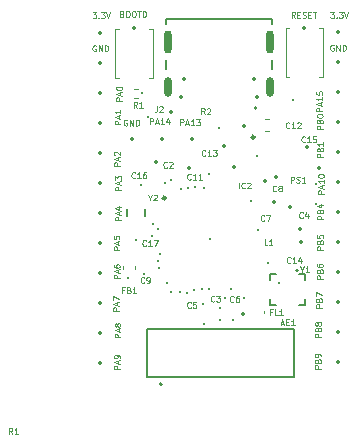
<source format=gbr>
%TF.GenerationSoftware,KiCad,Pcbnew,6.0.0*%
%TF.CreationDate,2022-01-30T15:16:09-05:00*%
%TF.ProjectId,stm32wb55ce_development_board,73746d33-3277-4623-9535-63655f646576,rev?*%
%TF.SameCoordinates,Original*%
%TF.FileFunction,Legend,Top*%
%TF.FilePolarity,Positive*%
%FSLAX46Y46*%
G04 Gerber Fmt 4.6, Leading zero omitted, Abs format (unit mm)*
G04 Created by KiCad (PCBNEW 6.0.0) date 2022-01-30 15:16:09*
%MOMM*%
%LPD*%
G01*
G04 APERTURE LIST*
%ADD10C,0.100000*%
%ADD11C,0.125000*%
%ADD12C,0.120000*%
%ADD13C,0.200000*%
%ADD14C,0.127000*%
%ADD15C,0.250000*%
%ADD16C,0.150000*%
%ADD17C,0.350000*%
%ADD18C,0.250000*%
%ADD19O,0.650000X1.950000*%
%ADD20O,0.650000X1.650000*%
G04 APERTURE END LIST*
D10*
X158891666Y-70876190D02*
X158725000Y-70638095D01*
X158605952Y-70876190D02*
X158605952Y-70376190D01*
X158796428Y-70376190D01*
X158844047Y-70400000D01*
X158867857Y-70423809D01*
X158891666Y-70471428D01*
X158891666Y-70542857D01*
X158867857Y-70590476D01*
X158844047Y-70614285D01*
X158796428Y-70638095D01*
X158605952Y-70638095D01*
X159367857Y-70876190D02*
X159082142Y-70876190D01*
X159225000Y-70876190D02*
X159225000Y-70376190D01*
X159177380Y-70447619D01*
X159129761Y-70495238D01*
X159082142Y-70519047D01*
X157608333Y-62939285D02*
X157679761Y-62963095D01*
X157703571Y-62986904D01*
X157727380Y-63034523D01*
X157727380Y-63105952D01*
X157703571Y-63153571D01*
X157679761Y-63177380D01*
X157632142Y-63201190D01*
X157441666Y-63201190D01*
X157441666Y-62701190D01*
X157608333Y-62701190D01*
X157655952Y-62725000D01*
X157679761Y-62748809D01*
X157703571Y-62796428D01*
X157703571Y-62844047D01*
X157679761Y-62891666D01*
X157655952Y-62915476D01*
X157608333Y-62939285D01*
X157441666Y-62939285D01*
X158036904Y-62701190D02*
X158132142Y-62701190D01*
X158179761Y-62725000D01*
X158227380Y-62772619D01*
X158251190Y-62867857D01*
X158251190Y-63034523D01*
X158227380Y-63129761D01*
X158179761Y-63177380D01*
X158132142Y-63201190D01*
X158036904Y-63201190D01*
X157989285Y-63177380D01*
X157941666Y-63129761D01*
X157917857Y-63034523D01*
X157917857Y-62867857D01*
X157941666Y-62772619D01*
X157989285Y-62725000D01*
X158036904Y-62701190D01*
X158560714Y-62701190D02*
X158655952Y-62701190D01*
X158703571Y-62725000D01*
X158751190Y-62772619D01*
X158775000Y-62867857D01*
X158775000Y-63034523D01*
X158751190Y-63129761D01*
X158703571Y-63177380D01*
X158655952Y-63201190D01*
X158560714Y-63201190D01*
X158513095Y-63177380D01*
X158465476Y-63129761D01*
X158441666Y-63034523D01*
X158441666Y-62867857D01*
X158465476Y-62772619D01*
X158513095Y-62725000D01*
X158560714Y-62701190D01*
X158917857Y-62701190D02*
X159203571Y-62701190D01*
X159060714Y-63201190D02*
X159060714Y-62701190D01*
X159465476Y-62701190D02*
X159513095Y-62701190D01*
X159560714Y-62725000D01*
X159584523Y-62748809D01*
X159608333Y-62796428D01*
X159632142Y-62891666D01*
X159632142Y-63010714D01*
X159608333Y-63105952D01*
X159584523Y-63153571D01*
X159560714Y-63177380D01*
X159513095Y-63201190D01*
X159465476Y-63201190D01*
X159417857Y-63177380D01*
X159394047Y-63153571D01*
X159370238Y-63105952D01*
X159346428Y-63010714D01*
X159346428Y-62891666D01*
X159370238Y-62796428D01*
X159394047Y-62748809D01*
X159417857Y-62725000D01*
X159465476Y-62701190D01*
D11*
X157616190Y-70293333D02*
X157116190Y-70293333D01*
X157116190Y-70102857D01*
X157140000Y-70055238D01*
X157163809Y-70031428D01*
X157211428Y-70007619D01*
X157282857Y-70007619D01*
X157330476Y-70031428D01*
X157354285Y-70055238D01*
X157378095Y-70102857D01*
X157378095Y-70293333D01*
X157473333Y-69817142D02*
X157473333Y-69579047D01*
X157616190Y-69864761D02*
X157116190Y-69698095D01*
X157616190Y-69531428D01*
X157116190Y-69269523D02*
X157116190Y-69221904D01*
X157140000Y-69174285D01*
X157163809Y-69150476D01*
X157211428Y-69126666D01*
X157306666Y-69102857D01*
X157425714Y-69102857D01*
X157520952Y-69126666D01*
X157568571Y-69150476D01*
X157592380Y-69174285D01*
X157616190Y-69221904D01*
X157616190Y-69269523D01*
X157592380Y-69317142D01*
X157568571Y-69340952D01*
X157520952Y-69364761D01*
X157425714Y-69388571D01*
X157306666Y-69388571D01*
X157211428Y-69364761D01*
X157163809Y-69340952D01*
X157140000Y-69317142D01*
X157116190Y-69269523D01*
X157476190Y-72263333D02*
X156976190Y-72263333D01*
X156976190Y-72072857D01*
X157000000Y-72025238D01*
X157023809Y-72001428D01*
X157071428Y-71977619D01*
X157142857Y-71977619D01*
X157190476Y-72001428D01*
X157214285Y-72025238D01*
X157238095Y-72072857D01*
X157238095Y-72263333D01*
X157333333Y-71787142D02*
X157333333Y-71549047D01*
X157476190Y-71834761D02*
X156976190Y-71668095D01*
X157476190Y-71501428D01*
X157476190Y-71072857D02*
X157476190Y-71358571D01*
X157476190Y-71215714D02*
X156976190Y-71215714D01*
X157047619Y-71263333D01*
X157095238Y-71310952D01*
X157119047Y-71358571D01*
X157446190Y-75793333D02*
X156946190Y-75793333D01*
X156946190Y-75602857D01*
X156970000Y-75555238D01*
X156993809Y-75531428D01*
X157041428Y-75507619D01*
X157112857Y-75507619D01*
X157160476Y-75531428D01*
X157184285Y-75555238D01*
X157208095Y-75602857D01*
X157208095Y-75793333D01*
X157303333Y-75317142D02*
X157303333Y-75079047D01*
X157446190Y-75364761D02*
X156946190Y-75198095D01*
X157446190Y-75031428D01*
X156993809Y-74888571D02*
X156970000Y-74864761D01*
X156946190Y-74817142D01*
X156946190Y-74698095D01*
X156970000Y-74650476D01*
X156993809Y-74626666D01*
X157041428Y-74602857D01*
X157089047Y-74602857D01*
X157160476Y-74626666D01*
X157446190Y-74912380D01*
X157446190Y-74602857D01*
X157536190Y-77863333D02*
X157036190Y-77863333D01*
X157036190Y-77672857D01*
X157060000Y-77625238D01*
X157083809Y-77601428D01*
X157131428Y-77577619D01*
X157202857Y-77577619D01*
X157250476Y-77601428D01*
X157274285Y-77625238D01*
X157298095Y-77672857D01*
X157298095Y-77863333D01*
X157393333Y-77387142D02*
X157393333Y-77149047D01*
X157536190Y-77434761D02*
X157036190Y-77268095D01*
X157536190Y-77101428D01*
X157036190Y-76982380D02*
X157036190Y-76672857D01*
X157226666Y-76839523D01*
X157226666Y-76768095D01*
X157250476Y-76720476D01*
X157274285Y-76696666D01*
X157321904Y-76672857D01*
X157440952Y-76672857D01*
X157488571Y-76696666D01*
X157512380Y-76720476D01*
X157536190Y-76768095D01*
X157536190Y-76910952D01*
X157512380Y-76958571D01*
X157488571Y-76982380D01*
X157536190Y-80413333D02*
X157036190Y-80413333D01*
X157036190Y-80222857D01*
X157060000Y-80175238D01*
X157083809Y-80151428D01*
X157131428Y-80127619D01*
X157202857Y-80127619D01*
X157250476Y-80151428D01*
X157274285Y-80175238D01*
X157298095Y-80222857D01*
X157298095Y-80413333D01*
X157393333Y-79937142D02*
X157393333Y-79699047D01*
X157536190Y-79984761D02*
X157036190Y-79818095D01*
X157536190Y-79651428D01*
X157202857Y-79270476D02*
X157536190Y-79270476D01*
X157012380Y-79389523D02*
X157369523Y-79508571D01*
X157369523Y-79199047D01*
X157396190Y-82903333D02*
X156896190Y-82903333D01*
X156896190Y-82712857D01*
X156920000Y-82665238D01*
X156943809Y-82641428D01*
X156991428Y-82617619D01*
X157062857Y-82617619D01*
X157110476Y-82641428D01*
X157134285Y-82665238D01*
X157158095Y-82712857D01*
X157158095Y-82903333D01*
X157253333Y-82427142D02*
X157253333Y-82189047D01*
X157396190Y-82474761D02*
X156896190Y-82308095D01*
X157396190Y-82141428D01*
X156896190Y-81736666D02*
X156896190Y-81974761D01*
X157134285Y-81998571D01*
X157110476Y-81974761D01*
X157086666Y-81927142D01*
X157086666Y-81808095D01*
X157110476Y-81760476D01*
X157134285Y-81736666D01*
X157181904Y-81712857D01*
X157300952Y-81712857D01*
X157348571Y-81736666D01*
X157372380Y-81760476D01*
X157396190Y-81808095D01*
X157396190Y-81927142D01*
X157372380Y-81974761D01*
X157348571Y-81998571D01*
X157406190Y-85343333D02*
X156906190Y-85343333D01*
X156906190Y-85152857D01*
X156930000Y-85105238D01*
X156953809Y-85081428D01*
X157001428Y-85057619D01*
X157072857Y-85057619D01*
X157120476Y-85081428D01*
X157144285Y-85105238D01*
X157168095Y-85152857D01*
X157168095Y-85343333D01*
X157263333Y-84867142D02*
X157263333Y-84629047D01*
X157406190Y-84914761D02*
X156906190Y-84748095D01*
X157406190Y-84581428D01*
X156906190Y-84200476D02*
X156906190Y-84295714D01*
X156930000Y-84343333D01*
X156953809Y-84367142D01*
X157025238Y-84414761D01*
X157120476Y-84438571D01*
X157310952Y-84438571D01*
X157358571Y-84414761D01*
X157382380Y-84390952D01*
X157406190Y-84343333D01*
X157406190Y-84248095D01*
X157382380Y-84200476D01*
X157358571Y-84176666D01*
X157310952Y-84152857D01*
X157191904Y-84152857D01*
X157144285Y-84176666D01*
X157120476Y-84200476D01*
X157096666Y-84248095D01*
X157096666Y-84343333D01*
X157120476Y-84390952D01*
X157144285Y-84414761D01*
X157191904Y-84438571D01*
X157366190Y-88073333D02*
X156866190Y-88073333D01*
X156866190Y-87882857D01*
X156890000Y-87835238D01*
X156913809Y-87811428D01*
X156961428Y-87787619D01*
X157032857Y-87787619D01*
X157080476Y-87811428D01*
X157104285Y-87835238D01*
X157128095Y-87882857D01*
X157128095Y-88073333D01*
X157223333Y-87597142D02*
X157223333Y-87359047D01*
X157366190Y-87644761D02*
X156866190Y-87478095D01*
X157366190Y-87311428D01*
X156866190Y-87192380D02*
X156866190Y-86859047D01*
X157366190Y-87073333D01*
X157476190Y-90333333D02*
X156976190Y-90333333D01*
X156976190Y-90142857D01*
X157000000Y-90095238D01*
X157023809Y-90071428D01*
X157071428Y-90047619D01*
X157142857Y-90047619D01*
X157190476Y-90071428D01*
X157214285Y-90095238D01*
X157238095Y-90142857D01*
X157238095Y-90333333D01*
X157333333Y-89857142D02*
X157333333Y-89619047D01*
X157476190Y-89904761D02*
X156976190Y-89738095D01*
X157476190Y-89571428D01*
X157190476Y-89333333D02*
X157166666Y-89380952D01*
X157142857Y-89404761D01*
X157095238Y-89428571D01*
X157071428Y-89428571D01*
X157023809Y-89404761D01*
X157000000Y-89380952D01*
X156976190Y-89333333D01*
X156976190Y-89238095D01*
X157000000Y-89190476D01*
X157023809Y-89166666D01*
X157071428Y-89142857D01*
X157095238Y-89142857D01*
X157142857Y-89166666D01*
X157166666Y-89190476D01*
X157190476Y-89238095D01*
X157190476Y-89333333D01*
X157214285Y-89380952D01*
X157238095Y-89404761D01*
X157285714Y-89428571D01*
X157380952Y-89428571D01*
X157428571Y-89404761D01*
X157452380Y-89380952D01*
X157476190Y-89333333D01*
X157476190Y-89238095D01*
X157452380Y-89190476D01*
X157428571Y-89166666D01*
X157380952Y-89142857D01*
X157285714Y-89142857D01*
X157238095Y-89166666D01*
X157214285Y-89190476D01*
X157190476Y-89238095D01*
X157436190Y-93023333D02*
X156936190Y-93023333D01*
X156936190Y-92832857D01*
X156960000Y-92785238D01*
X156983809Y-92761428D01*
X157031428Y-92737619D01*
X157102857Y-92737619D01*
X157150476Y-92761428D01*
X157174285Y-92785238D01*
X157198095Y-92832857D01*
X157198095Y-93023333D01*
X157293333Y-92547142D02*
X157293333Y-92309047D01*
X157436190Y-92594761D02*
X156936190Y-92428095D01*
X157436190Y-92261428D01*
X157436190Y-92070952D02*
X157436190Y-91975714D01*
X157412380Y-91928095D01*
X157388571Y-91904285D01*
X157317142Y-91856666D01*
X157221904Y-91832857D01*
X157031428Y-91832857D01*
X156983809Y-91856666D01*
X156960000Y-91880476D01*
X156936190Y-91928095D01*
X156936190Y-92023333D01*
X156960000Y-92070952D01*
X156983809Y-92094761D01*
X157031428Y-92118571D01*
X157150476Y-92118571D01*
X157198095Y-92094761D01*
X157221904Y-92070952D01*
X157245714Y-92023333D01*
X157245714Y-91928095D01*
X157221904Y-91880476D01*
X157198095Y-91856666D01*
X157150476Y-91832857D01*
X174566190Y-71171428D02*
X174066190Y-71171428D01*
X174066190Y-70980952D01*
X174090000Y-70933333D01*
X174113809Y-70909523D01*
X174161428Y-70885714D01*
X174232857Y-70885714D01*
X174280476Y-70909523D01*
X174304285Y-70933333D01*
X174328095Y-70980952D01*
X174328095Y-71171428D01*
X174423333Y-70695238D02*
X174423333Y-70457142D01*
X174566190Y-70742857D02*
X174066190Y-70576190D01*
X174566190Y-70409523D01*
X174566190Y-69980952D02*
X174566190Y-70266666D01*
X174566190Y-70123809D02*
X174066190Y-70123809D01*
X174137619Y-70171428D01*
X174185238Y-70219047D01*
X174209047Y-70266666D01*
X174066190Y-69528571D02*
X174066190Y-69766666D01*
X174304285Y-69790476D01*
X174280476Y-69766666D01*
X174256666Y-69719047D01*
X174256666Y-69600000D01*
X174280476Y-69552380D01*
X174304285Y-69528571D01*
X174351904Y-69504761D01*
X174470952Y-69504761D01*
X174518571Y-69528571D01*
X174542380Y-69552380D01*
X174566190Y-69600000D01*
X174566190Y-69719047D01*
X174542380Y-69766666D01*
X174518571Y-69790476D01*
X174606190Y-72699047D02*
X174106190Y-72699047D01*
X174106190Y-72508571D01*
X174130000Y-72460952D01*
X174153809Y-72437142D01*
X174201428Y-72413333D01*
X174272857Y-72413333D01*
X174320476Y-72437142D01*
X174344285Y-72460952D01*
X174368095Y-72508571D01*
X174368095Y-72699047D01*
X174344285Y-72032380D02*
X174368095Y-71960952D01*
X174391904Y-71937142D01*
X174439523Y-71913333D01*
X174510952Y-71913333D01*
X174558571Y-71937142D01*
X174582380Y-71960952D01*
X174606190Y-72008571D01*
X174606190Y-72199047D01*
X174106190Y-72199047D01*
X174106190Y-72032380D01*
X174130000Y-71984761D01*
X174153809Y-71960952D01*
X174201428Y-71937142D01*
X174249047Y-71937142D01*
X174296666Y-71960952D01*
X174320476Y-71984761D01*
X174344285Y-72032380D01*
X174344285Y-72199047D01*
X174106190Y-71603809D02*
X174106190Y-71556190D01*
X174130000Y-71508571D01*
X174153809Y-71484761D01*
X174201428Y-71460952D01*
X174296666Y-71437142D01*
X174415714Y-71437142D01*
X174510952Y-71460952D01*
X174558571Y-71484761D01*
X174582380Y-71508571D01*
X174606190Y-71556190D01*
X174606190Y-71603809D01*
X174582380Y-71651428D01*
X174558571Y-71675238D01*
X174510952Y-71699047D01*
X174415714Y-71722857D01*
X174296666Y-71722857D01*
X174201428Y-71699047D01*
X174153809Y-71675238D01*
X174130000Y-71651428D01*
X174106190Y-71603809D01*
X174636190Y-75079047D02*
X174136190Y-75079047D01*
X174136190Y-74888571D01*
X174160000Y-74840952D01*
X174183809Y-74817142D01*
X174231428Y-74793333D01*
X174302857Y-74793333D01*
X174350476Y-74817142D01*
X174374285Y-74840952D01*
X174398095Y-74888571D01*
X174398095Y-75079047D01*
X174374285Y-74412380D02*
X174398095Y-74340952D01*
X174421904Y-74317142D01*
X174469523Y-74293333D01*
X174540952Y-74293333D01*
X174588571Y-74317142D01*
X174612380Y-74340952D01*
X174636190Y-74388571D01*
X174636190Y-74579047D01*
X174136190Y-74579047D01*
X174136190Y-74412380D01*
X174160000Y-74364761D01*
X174183809Y-74340952D01*
X174231428Y-74317142D01*
X174279047Y-74317142D01*
X174326666Y-74340952D01*
X174350476Y-74364761D01*
X174374285Y-74412380D01*
X174374285Y-74579047D01*
X174636190Y-73817142D02*
X174636190Y-74102857D01*
X174636190Y-73960000D02*
X174136190Y-73960000D01*
X174207619Y-74007619D01*
X174255238Y-74055238D01*
X174279047Y-74102857D01*
X174716190Y-78181428D02*
X174216190Y-78181428D01*
X174216190Y-77990952D01*
X174240000Y-77943333D01*
X174263809Y-77919523D01*
X174311428Y-77895714D01*
X174382857Y-77895714D01*
X174430476Y-77919523D01*
X174454285Y-77943333D01*
X174478095Y-77990952D01*
X174478095Y-78181428D01*
X174573333Y-77705238D02*
X174573333Y-77467142D01*
X174716190Y-77752857D02*
X174216190Y-77586190D01*
X174716190Y-77419523D01*
X174716190Y-76990952D02*
X174716190Y-77276666D01*
X174716190Y-77133809D02*
X174216190Y-77133809D01*
X174287619Y-77181428D01*
X174335238Y-77229047D01*
X174359047Y-77276666D01*
X174216190Y-76681428D02*
X174216190Y-76633809D01*
X174240000Y-76586190D01*
X174263809Y-76562380D01*
X174311428Y-76538571D01*
X174406666Y-76514761D01*
X174525714Y-76514761D01*
X174620952Y-76538571D01*
X174668571Y-76562380D01*
X174692380Y-76586190D01*
X174716190Y-76633809D01*
X174716190Y-76681428D01*
X174692380Y-76729047D01*
X174668571Y-76752857D01*
X174620952Y-76776666D01*
X174525714Y-76800476D01*
X174406666Y-76800476D01*
X174311428Y-76776666D01*
X174263809Y-76752857D01*
X174240000Y-76729047D01*
X174216190Y-76681428D01*
X174656190Y-80299047D02*
X174156190Y-80299047D01*
X174156190Y-80108571D01*
X174180000Y-80060952D01*
X174203809Y-80037142D01*
X174251428Y-80013333D01*
X174322857Y-80013333D01*
X174370476Y-80037142D01*
X174394285Y-80060952D01*
X174418095Y-80108571D01*
X174418095Y-80299047D01*
X174394285Y-79632380D02*
X174418095Y-79560952D01*
X174441904Y-79537142D01*
X174489523Y-79513333D01*
X174560952Y-79513333D01*
X174608571Y-79537142D01*
X174632380Y-79560952D01*
X174656190Y-79608571D01*
X174656190Y-79799047D01*
X174156190Y-79799047D01*
X174156190Y-79632380D01*
X174180000Y-79584761D01*
X174203809Y-79560952D01*
X174251428Y-79537142D01*
X174299047Y-79537142D01*
X174346666Y-79560952D01*
X174370476Y-79584761D01*
X174394285Y-79632380D01*
X174394285Y-79799047D01*
X174322857Y-79084761D02*
X174656190Y-79084761D01*
X174132380Y-79203809D02*
X174489523Y-79322857D01*
X174489523Y-79013333D01*
X174636190Y-82909047D02*
X174136190Y-82909047D01*
X174136190Y-82718571D01*
X174160000Y-82670952D01*
X174183809Y-82647142D01*
X174231428Y-82623333D01*
X174302857Y-82623333D01*
X174350476Y-82647142D01*
X174374285Y-82670952D01*
X174398095Y-82718571D01*
X174398095Y-82909047D01*
X174374285Y-82242380D02*
X174398095Y-82170952D01*
X174421904Y-82147142D01*
X174469523Y-82123333D01*
X174540952Y-82123333D01*
X174588571Y-82147142D01*
X174612380Y-82170952D01*
X174636190Y-82218571D01*
X174636190Y-82409047D01*
X174136190Y-82409047D01*
X174136190Y-82242380D01*
X174160000Y-82194761D01*
X174183809Y-82170952D01*
X174231428Y-82147142D01*
X174279047Y-82147142D01*
X174326666Y-82170952D01*
X174350476Y-82194761D01*
X174374285Y-82242380D01*
X174374285Y-82409047D01*
X174136190Y-81670952D02*
X174136190Y-81909047D01*
X174374285Y-81932857D01*
X174350476Y-81909047D01*
X174326666Y-81861428D01*
X174326666Y-81742380D01*
X174350476Y-81694761D01*
X174374285Y-81670952D01*
X174421904Y-81647142D01*
X174540952Y-81647142D01*
X174588571Y-81670952D01*
X174612380Y-81694761D01*
X174636190Y-81742380D01*
X174636190Y-81861428D01*
X174612380Y-81909047D01*
X174588571Y-81932857D01*
X174606190Y-85359047D02*
X174106190Y-85359047D01*
X174106190Y-85168571D01*
X174130000Y-85120952D01*
X174153809Y-85097142D01*
X174201428Y-85073333D01*
X174272857Y-85073333D01*
X174320476Y-85097142D01*
X174344285Y-85120952D01*
X174368095Y-85168571D01*
X174368095Y-85359047D01*
X174344285Y-84692380D02*
X174368095Y-84620952D01*
X174391904Y-84597142D01*
X174439523Y-84573333D01*
X174510952Y-84573333D01*
X174558571Y-84597142D01*
X174582380Y-84620952D01*
X174606190Y-84668571D01*
X174606190Y-84859047D01*
X174106190Y-84859047D01*
X174106190Y-84692380D01*
X174130000Y-84644761D01*
X174153809Y-84620952D01*
X174201428Y-84597142D01*
X174249047Y-84597142D01*
X174296666Y-84620952D01*
X174320476Y-84644761D01*
X174344285Y-84692380D01*
X174344285Y-84859047D01*
X174106190Y-84144761D02*
X174106190Y-84240000D01*
X174130000Y-84287619D01*
X174153809Y-84311428D01*
X174225238Y-84359047D01*
X174320476Y-84382857D01*
X174510952Y-84382857D01*
X174558571Y-84359047D01*
X174582380Y-84335238D01*
X174606190Y-84287619D01*
X174606190Y-84192380D01*
X174582380Y-84144761D01*
X174558571Y-84120952D01*
X174510952Y-84097142D01*
X174391904Y-84097142D01*
X174344285Y-84120952D01*
X174320476Y-84144761D01*
X174296666Y-84192380D01*
X174296666Y-84287619D01*
X174320476Y-84335238D01*
X174344285Y-84359047D01*
X174391904Y-84382857D01*
X174536190Y-87809047D02*
X174036190Y-87809047D01*
X174036190Y-87618571D01*
X174060000Y-87570952D01*
X174083809Y-87547142D01*
X174131428Y-87523333D01*
X174202857Y-87523333D01*
X174250476Y-87547142D01*
X174274285Y-87570952D01*
X174298095Y-87618571D01*
X174298095Y-87809047D01*
X174274285Y-87142380D02*
X174298095Y-87070952D01*
X174321904Y-87047142D01*
X174369523Y-87023333D01*
X174440952Y-87023333D01*
X174488571Y-87047142D01*
X174512380Y-87070952D01*
X174536190Y-87118571D01*
X174536190Y-87309047D01*
X174036190Y-87309047D01*
X174036190Y-87142380D01*
X174060000Y-87094761D01*
X174083809Y-87070952D01*
X174131428Y-87047142D01*
X174179047Y-87047142D01*
X174226666Y-87070952D01*
X174250476Y-87094761D01*
X174274285Y-87142380D01*
X174274285Y-87309047D01*
X174036190Y-86856666D02*
X174036190Y-86523333D01*
X174536190Y-86737619D01*
X174466190Y-90309047D02*
X173966190Y-90309047D01*
X173966190Y-90118571D01*
X173990000Y-90070952D01*
X174013809Y-90047142D01*
X174061428Y-90023333D01*
X174132857Y-90023333D01*
X174180476Y-90047142D01*
X174204285Y-90070952D01*
X174228095Y-90118571D01*
X174228095Y-90309047D01*
X174204285Y-89642380D02*
X174228095Y-89570952D01*
X174251904Y-89547142D01*
X174299523Y-89523333D01*
X174370952Y-89523333D01*
X174418571Y-89547142D01*
X174442380Y-89570952D01*
X174466190Y-89618571D01*
X174466190Y-89809047D01*
X173966190Y-89809047D01*
X173966190Y-89642380D01*
X173990000Y-89594761D01*
X174013809Y-89570952D01*
X174061428Y-89547142D01*
X174109047Y-89547142D01*
X174156666Y-89570952D01*
X174180476Y-89594761D01*
X174204285Y-89642380D01*
X174204285Y-89809047D01*
X174180476Y-89237619D02*
X174156666Y-89285238D01*
X174132857Y-89309047D01*
X174085238Y-89332857D01*
X174061428Y-89332857D01*
X174013809Y-89309047D01*
X173990000Y-89285238D01*
X173966190Y-89237619D01*
X173966190Y-89142380D01*
X173990000Y-89094761D01*
X174013809Y-89070952D01*
X174061428Y-89047142D01*
X174085238Y-89047142D01*
X174132857Y-89070952D01*
X174156666Y-89094761D01*
X174180476Y-89142380D01*
X174180476Y-89237619D01*
X174204285Y-89285238D01*
X174228095Y-89309047D01*
X174275714Y-89332857D01*
X174370952Y-89332857D01*
X174418571Y-89309047D01*
X174442380Y-89285238D01*
X174466190Y-89237619D01*
X174466190Y-89142380D01*
X174442380Y-89094761D01*
X174418571Y-89070952D01*
X174370952Y-89047142D01*
X174275714Y-89047142D01*
X174228095Y-89070952D01*
X174204285Y-89094761D01*
X174180476Y-89142380D01*
X174426190Y-92969047D02*
X173926190Y-92969047D01*
X173926190Y-92778571D01*
X173950000Y-92730952D01*
X173973809Y-92707142D01*
X174021428Y-92683333D01*
X174092857Y-92683333D01*
X174140476Y-92707142D01*
X174164285Y-92730952D01*
X174188095Y-92778571D01*
X174188095Y-92969047D01*
X174164285Y-92302380D02*
X174188095Y-92230952D01*
X174211904Y-92207142D01*
X174259523Y-92183333D01*
X174330952Y-92183333D01*
X174378571Y-92207142D01*
X174402380Y-92230952D01*
X174426190Y-92278571D01*
X174426190Y-92469047D01*
X173926190Y-92469047D01*
X173926190Y-92302380D01*
X173950000Y-92254761D01*
X173973809Y-92230952D01*
X174021428Y-92207142D01*
X174069047Y-92207142D01*
X174116666Y-92230952D01*
X174140476Y-92254761D01*
X174164285Y-92302380D01*
X174164285Y-92469047D01*
X174426190Y-91945238D02*
X174426190Y-91850000D01*
X174402380Y-91802380D01*
X174378571Y-91778571D01*
X174307142Y-91730952D01*
X174211904Y-91707142D01*
X174021428Y-91707142D01*
X173973809Y-91730952D01*
X173950000Y-91754761D01*
X173926190Y-91802380D01*
X173926190Y-91897619D01*
X173950000Y-91945238D01*
X173973809Y-91969047D01*
X174021428Y-91992857D01*
X174140476Y-91992857D01*
X174188095Y-91969047D01*
X174211904Y-91945238D01*
X174235714Y-91897619D01*
X174235714Y-91802380D01*
X174211904Y-91754761D01*
X174188095Y-91730952D01*
X174140476Y-91707142D01*
D10*
X158039047Y-71920000D02*
X157991428Y-71896190D01*
X157920000Y-71896190D01*
X157848571Y-71920000D01*
X157800952Y-71967619D01*
X157777142Y-72015238D01*
X157753333Y-72110476D01*
X157753333Y-72181904D01*
X157777142Y-72277142D01*
X157800952Y-72324761D01*
X157848571Y-72372380D01*
X157920000Y-72396190D01*
X157967619Y-72396190D01*
X158039047Y-72372380D01*
X158062857Y-72348571D01*
X158062857Y-72181904D01*
X157967619Y-72181904D01*
X158277142Y-72396190D02*
X158277142Y-71896190D01*
X158562857Y-72396190D01*
X158562857Y-71896190D01*
X158800952Y-72396190D02*
X158800952Y-71896190D01*
X158920000Y-71896190D01*
X158991428Y-71920000D01*
X159039047Y-71967619D01*
X159062857Y-72015238D01*
X159086666Y-72110476D01*
X159086666Y-72181904D01*
X159062857Y-72277142D01*
X159039047Y-72324761D01*
X158991428Y-72372380D01*
X158920000Y-72396190D01*
X158800952Y-72396190D01*
X159988571Y-72286190D02*
X159988571Y-71786190D01*
X160179047Y-71786190D01*
X160226666Y-71810000D01*
X160250476Y-71833809D01*
X160274285Y-71881428D01*
X160274285Y-71952857D01*
X160250476Y-72000476D01*
X160226666Y-72024285D01*
X160179047Y-72048095D01*
X159988571Y-72048095D01*
X160464761Y-72143333D02*
X160702857Y-72143333D01*
X160417142Y-72286190D02*
X160583809Y-71786190D01*
X160750476Y-72286190D01*
X161179047Y-72286190D02*
X160893333Y-72286190D01*
X161036190Y-72286190D02*
X161036190Y-71786190D01*
X160988571Y-71857619D01*
X160940952Y-71905238D01*
X160893333Y-71929047D01*
X161607619Y-71952857D02*
X161607619Y-72286190D01*
X161488571Y-71762380D02*
X161369523Y-72119523D01*
X161679047Y-72119523D01*
X162548571Y-72376190D02*
X162548571Y-71876190D01*
X162739047Y-71876190D01*
X162786666Y-71900000D01*
X162810476Y-71923809D01*
X162834285Y-71971428D01*
X162834285Y-72042857D01*
X162810476Y-72090476D01*
X162786666Y-72114285D01*
X162739047Y-72138095D01*
X162548571Y-72138095D01*
X163024761Y-72233333D02*
X163262857Y-72233333D01*
X162977142Y-72376190D02*
X163143809Y-71876190D01*
X163310476Y-72376190D01*
X163739047Y-72376190D02*
X163453333Y-72376190D01*
X163596190Y-72376190D02*
X163596190Y-71876190D01*
X163548571Y-71947619D01*
X163500952Y-71995238D01*
X163453333Y-72019047D01*
X163905714Y-71876190D02*
X164215238Y-71876190D01*
X164048571Y-72066666D01*
X164120000Y-72066666D01*
X164167619Y-72090476D01*
X164191428Y-72114285D01*
X164215238Y-72161904D01*
X164215238Y-72280952D01*
X164191428Y-72328571D01*
X164167619Y-72352380D01*
X164120000Y-72376190D01*
X163977142Y-72376190D01*
X163929523Y-72352380D01*
X163905714Y-72328571D01*
X172248809Y-63276190D02*
X172082142Y-63038095D01*
X171963095Y-63276190D02*
X171963095Y-62776190D01*
X172153571Y-62776190D01*
X172201190Y-62800000D01*
X172225000Y-62823809D01*
X172248809Y-62871428D01*
X172248809Y-62942857D01*
X172225000Y-62990476D01*
X172201190Y-63014285D01*
X172153571Y-63038095D01*
X171963095Y-63038095D01*
X172463095Y-63014285D02*
X172629761Y-63014285D01*
X172701190Y-63276190D02*
X172463095Y-63276190D01*
X172463095Y-62776190D01*
X172701190Y-62776190D01*
X172891666Y-63252380D02*
X172963095Y-63276190D01*
X173082142Y-63276190D01*
X173129761Y-63252380D01*
X173153571Y-63228571D01*
X173177380Y-63180952D01*
X173177380Y-63133333D01*
X173153571Y-63085714D01*
X173129761Y-63061904D01*
X173082142Y-63038095D01*
X172986904Y-63014285D01*
X172939285Y-62990476D01*
X172915476Y-62966666D01*
X172891666Y-62919047D01*
X172891666Y-62871428D01*
X172915476Y-62823809D01*
X172939285Y-62800000D01*
X172986904Y-62776190D01*
X173105952Y-62776190D01*
X173177380Y-62800000D01*
X173391666Y-63014285D02*
X173558333Y-63014285D01*
X173629761Y-63276190D02*
X173391666Y-63276190D01*
X173391666Y-62776190D01*
X173629761Y-62776190D01*
X173772619Y-62776190D02*
X174058333Y-62776190D01*
X173915476Y-63276190D02*
X173915476Y-62776190D01*
X148336666Y-98496190D02*
X148170000Y-98258095D01*
X148050952Y-98496190D02*
X148050952Y-97996190D01*
X148241428Y-97996190D01*
X148289047Y-98020000D01*
X148312857Y-98043809D01*
X148336666Y-98091428D01*
X148336666Y-98162857D01*
X148312857Y-98210476D01*
X148289047Y-98234285D01*
X148241428Y-98258095D01*
X148050952Y-98258095D01*
X148812857Y-98496190D02*
X148527142Y-98496190D01*
X148670000Y-98496190D02*
X148670000Y-97996190D01*
X148622380Y-98067619D01*
X148574761Y-98115238D01*
X148527142Y-98139047D01*
X159638571Y-82548571D02*
X159614761Y-82572380D01*
X159543333Y-82596190D01*
X159495714Y-82596190D01*
X159424285Y-82572380D01*
X159376666Y-82524761D01*
X159352857Y-82477142D01*
X159329047Y-82381904D01*
X159329047Y-82310476D01*
X159352857Y-82215238D01*
X159376666Y-82167619D01*
X159424285Y-82120000D01*
X159495714Y-82096190D01*
X159543333Y-82096190D01*
X159614761Y-82120000D01*
X159638571Y-82143809D01*
X160114761Y-82596190D02*
X159829047Y-82596190D01*
X159971904Y-82596190D02*
X159971904Y-82096190D01*
X159924285Y-82167619D01*
X159876666Y-82215238D01*
X159829047Y-82239047D01*
X160281428Y-82096190D02*
X160614761Y-82096190D01*
X160400476Y-82596190D01*
X158718571Y-76798571D02*
X158694761Y-76822380D01*
X158623333Y-76846190D01*
X158575714Y-76846190D01*
X158504285Y-76822380D01*
X158456666Y-76774761D01*
X158432857Y-76727142D01*
X158409047Y-76631904D01*
X158409047Y-76560476D01*
X158432857Y-76465238D01*
X158456666Y-76417619D01*
X158504285Y-76370000D01*
X158575714Y-76346190D01*
X158623333Y-76346190D01*
X158694761Y-76370000D01*
X158718571Y-76393809D01*
X159194761Y-76846190D02*
X158909047Y-76846190D01*
X159051904Y-76846190D02*
X159051904Y-76346190D01*
X159004285Y-76417619D01*
X158956666Y-76465238D01*
X158909047Y-76489047D01*
X159623333Y-76346190D02*
X159528095Y-76346190D01*
X159480476Y-76370000D01*
X159456666Y-76393809D01*
X159409047Y-76465238D01*
X159385238Y-76560476D01*
X159385238Y-76750952D01*
X159409047Y-76798571D01*
X159432857Y-76822380D01*
X159480476Y-76846190D01*
X159575714Y-76846190D01*
X159623333Y-76822380D01*
X159647142Y-76798571D01*
X159670952Y-76750952D01*
X159670952Y-76631904D01*
X159647142Y-76584285D01*
X159623333Y-76560476D01*
X159575714Y-76536666D01*
X159480476Y-76536666D01*
X159432857Y-76560476D01*
X159409047Y-76584285D01*
X159385238Y-76631904D01*
X161416666Y-75928571D02*
X161392857Y-75952380D01*
X161321428Y-75976190D01*
X161273809Y-75976190D01*
X161202380Y-75952380D01*
X161154761Y-75904761D01*
X161130952Y-75857142D01*
X161107142Y-75761904D01*
X161107142Y-75690476D01*
X161130952Y-75595238D01*
X161154761Y-75547619D01*
X161202380Y-75500000D01*
X161273809Y-75476190D01*
X161321428Y-75476190D01*
X161392857Y-75500000D01*
X161416666Y-75523809D01*
X161607142Y-75523809D02*
X161630952Y-75500000D01*
X161678571Y-75476190D01*
X161797619Y-75476190D01*
X161845238Y-75500000D01*
X161869047Y-75523809D01*
X161892857Y-75571428D01*
X161892857Y-75619047D01*
X161869047Y-75690476D01*
X161583333Y-75976190D01*
X161892857Y-75976190D01*
X163428571Y-76928571D02*
X163404761Y-76952380D01*
X163333333Y-76976190D01*
X163285714Y-76976190D01*
X163214285Y-76952380D01*
X163166666Y-76904761D01*
X163142857Y-76857142D01*
X163119047Y-76761904D01*
X163119047Y-76690476D01*
X163142857Y-76595238D01*
X163166666Y-76547619D01*
X163214285Y-76500000D01*
X163285714Y-76476190D01*
X163333333Y-76476190D01*
X163404761Y-76500000D01*
X163428571Y-76523809D01*
X163904761Y-76976190D02*
X163619047Y-76976190D01*
X163761904Y-76976190D02*
X163761904Y-76476190D01*
X163714285Y-76547619D01*
X163666666Y-76595238D01*
X163619047Y-76619047D01*
X164380952Y-76976190D02*
X164095238Y-76976190D01*
X164238095Y-76976190D02*
X164238095Y-76476190D01*
X164190476Y-76547619D01*
X164142857Y-76595238D01*
X164095238Y-76619047D01*
X159981904Y-78498095D02*
X159981904Y-78736190D01*
X159815238Y-78236190D02*
X159981904Y-78498095D01*
X160148571Y-78236190D01*
X160291428Y-78283809D02*
X160315238Y-78260000D01*
X160362857Y-78236190D01*
X160481904Y-78236190D01*
X160529523Y-78260000D01*
X160553333Y-78283809D01*
X160577142Y-78331428D01*
X160577142Y-78379047D01*
X160553333Y-78450476D01*
X160267619Y-78736190D01*
X160577142Y-78736190D01*
X164678571Y-74928571D02*
X164654761Y-74952380D01*
X164583333Y-74976190D01*
X164535714Y-74976190D01*
X164464285Y-74952380D01*
X164416666Y-74904761D01*
X164392857Y-74857142D01*
X164369047Y-74761904D01*
X164369047Y-74690476D01*
X164392857Y-74595238D01*
X164416666Y-74547619D01*
X164464285Y-74500000D01*
X164535714Y-74476190D01*
X164583333Y-74476190D01*
X164654761Y-74500000D01*
X164678571Y-74523809D01*
X165154761Y-74976190D02*
X164869047Y-74976190D01*
X165011904Y-74976190D02*
X165011904Y-74476190D01*
X164964285Y-74547619D01*
X164916666Y-74595238D01*
X164869047Y-74619047D01*
X165321428Y-74476190D02*
X165630952Y-74476190D01*
X165464285Y-74666666D01*
X165535714Y-74666666D01*
X165583333Y-74690476D01*
X165607142Y-74714285D01*
X165630952Y-74761904D01*
X165630952Y-74880952D01*
X165607142Y-74928571D01*
X165583333Y-74952380D01*
X165535714Y-74976190D01*
X165392857Y-74976190D01*
X165345238Y-74952380D01*
X165321428Y-74928571D01*
X164606666Y-71436190D02*
X164440000Y-71198095D01*
X164320952Y-71436190D02*
X164320952Y-70936190D01*
X164511428Y-70936190D01*
X164559047Y-70960000D01*
X164582857Y-70983809D01*
X164606666Y-71031428D01*
X164606666Y-71102857D01*
X164582857Y-71150476D01*
X164559047Y-71174285D01*
X164511428Y-71198095D01*
X164320952Y-71198095D01*
X164797142Y-70983809D02*
X164820952Y-70960000D01*
X164868571Y-70936190D01*
X164987619Y-70936190D01*
X165035238Y-70960000D01*
X165059047Y-70983809D01*
X165082857Y-71031428D01*
X165082857Y-71079047D01*
X165059047Y-71150476D01*
X164773333Y-71436190D01*
X165082857Y-71436190D01*
X167511904Y-77726190D02*
X167511904Y-77226190D01*
X168035714Y-77678571D02*
X168011904Y-77702380D01*
X167940476Y-77726190D01*
X167892857Y-77726190D01*
X167821428Y-77702380D01*
X167773809Y-77654761D01*
X167750000Y-77607142D01*
X167726190Y-77511904D01*
X167726190Y-77440476D01*
X167750000Y-77345238D01*
X167773809Y-77297619D01*
X167821428Y-77250000D01*
X167892857Y-77226190D01*
X167940476Y-77226190D01*
X168011904Y-77250000D01*
X168035714Y-77273809D01*
X168226190Y-77273809D02*
X168250000Y-77250000D01*
X168297619Y-77226190D01*
X168416666Y-77226190D01*
X168464285Y-77250000D01*
X168488095Y-77273809D01*
X168511904Y-77321428D01*
X168511904Y-77369047D01*
X168488095Y-77440476D01*
X168202380Y-77726190D01*
X168511904Y-77726190D01*
X170666666Y-77928571D02*
X170642857Y-77952380D01*
X170571428Y-77976190D01*
X170523809Y-77976190D01*
X170452380Y-77952380D01*
X170404761Y-77904761D01*
X170380952Y-77857142D01*
X170357142Y-77761904D01*
X170357142Y-77690476D01*
X170380952Y-77595238D01*
X170404761Y-77547619D01*
X170452380Y-77500000D01*
X170523809Y-77476190D01*
X170571428Y-77476190D01*
X170642857Y-77500000D01*
X170666666Y-77523809D01*
X170952380Y-77690476D02*
X170904761Y-77666666D01*
X170880952Y-77642857D01*
X170857142Y-77595238D01*
X170857142Y-77571428D01*
X170880952Y-77523809D01*
X170904761Y-77500000D01*
X170952380Y-77476190D01*
X171047619Y-77476190D01*
X171095238Y-77500000D01*
X171119047Y-77523809D01*
X171142857Y-77571428D01*
X171142857Y-77595238D01*
X171119047Y-77642857D01*
X171095238Y-77666666D01*
X171047619Y-77690476D01*
X170952380Y-77690476D01*
X170904761Y-77714285D01*
X170880952Y-77738095D01*
X170857142Y-77785714D01*
X170857142Y-77880952D01*
X170880952Y-77928571D01*
X170904761Y-77952380D01*
X170952380Y-77976190D01*
X171047619Y-77976190D01*
X171095238Y-77952380D01*
X171119047Y-77928571D01*
X171142857Y-77880952D01*
X171142857Y-77785714D01*
X171119047Y-77738095D01*
X171095238Y-77714285D01*
X171047619Y-77690476D01*
X169666666Y-80428571D02*
X169642857Y-80452380D01*
X169571428Y-80476190D01*
X169523809Y-80476190D01*
X169452380Y-80452380D01*
X169404761Y-80404761D01*
X169380952Y-80357142D01*
X169357142Y-80261904D01*
X169357142Y-80190476D01*
X169380952Y-80095238D01*
X169404761Y-80047619D01*
X169452380Y-80000000D01*
X169523809Y-79976190D01*
X169571428Y-79976190D01*
X169642857Y-80000000D01*
X169666666Y-80023809D01*
X169833333Y-79976190D02*
X170166666Y-79976190D01*
X169952380Y-80476190D01*
X172916666Y-80178571D02*
X172892857Y-80202380D01*
X172821428Y-80226190D01*
X172773809Y-80226190D01*
X172702380Y-80202380D01*
X172654761Y-80154761D01*
X172630952Y-80107142D01*
X172607142Y-80011904D01*
X172607142Y-79940476D01*
X172630952Y-79845238D01*
X172654761Y-79797619D01*
X172702380Y-79750000D01*
X172773809Y-79726190D01*
X172821428Y-79726190D01*
X172892857Y-79750000D01*
X172916666Y-79773809D01*
X173345238Y-79892857D02*
X173345238Y-80226190D01*
X173226190Y-79702380D02*
X173107142Y-80059523D01*
X173416666Y-80059523D01*
X169916666Y-82526190D02*
X169678571Y-82526190D01*
X169678571Y-82026190D01*
X170345238Y-82526190D02*
X170059523Y-82526190D01*
X170202380Y-82526190D02*
X170202380Y-82026190D01*
X170154761Y-82097619D01*
X170107142Y-82145238D01*
X170059523Y-82169047D01*
X171878571Y-83978571D02*
X171854761Y-84002380D01*
X171783333Y-84026190D01*
X171735714Y-84026190D01*
X171664285Y-84002380D01*
X171616666Y-83954761D01*
X171592857Y-83907142D01*
X171569047Y-83811904D01*
X171569047Y-83740476D01*
X171592857Y-83645238D01*
X171616666Y-83597619D01*
X171664285Y-83550000D01*
X171735714Y-83526190D01*
X171783333Y-83526190D01*
X171854761Y-83550000D01*
X171878571Y-83573809D01*
X172354761Y-84026190D02*
X172069047Y-84026190D01*
X172211904Y-84026190D02*
X172211904Y-83526190D01*
X172164285Y-83597619D01*
X172116666Y-83645238D01*
X172069047Y-83669047D01*
X172783333Y-83692857D02*
X172783333Y-84026190D01*
X172664285Y-83502380D02*
X172545238Y-83859523D01*
X172854761Y-83859523D01*
X172861904Y-84588095D02*
X172861904Y-84826190D01*
X172695238Y-84326190D02*
X172861904Y-84588095D01*
X173028571Y-84326190D01*
X173457142Y-84826190D02*
X173171428Y-84826190D01*
X173314285Y-84826190D02*
X173314285Y-84326190D01*
X173266666Y-84397619D01*
X173219047Y-84445238D01*
X173171428Y-84469047D01*
X171076666Y-89163333D02*
X171314761Y-89163333D01*
X171029047Y-89306190D02*
X171195714Y-88806190D01*
X171362380Y-89306190D01*
X171529047Y-89044285D02*
X171695714Y-89044285D01*
X171767142Y-89306190D02*
X171529047Y-89306190D01*
X171529047Y-88806190D01*
X171767142Y-88806190D01*
X172243333Y-89306190D02*
X171957619Y-89306190D01*
X172100476Y-89306190D02*
X172100476Y-88806190D01*
X172052857Y-88877619D01*
X172005238Y-88925238D01*
X171957619Y-88949047D01*
X170300952Y-88194285D02*
X170134285Y-88194285D01*
X170134285Y-88456190D02*
X170134285Y-87956190D01*
X170372380Y-87956190D01*
X170800952Y-88456190D02*
X170562857Y-88456190D01*
X170562857Y-87956190D01*
X171229523Y-88456190D02*
X170943809Y-88456190D01*
X171086666Y-88456190D02*
X171086666Y-87956190D01*
X171039047Y-88027619D01*
X170991428Y-88075238D01*
X170943809Y-88099047D01*
X167056666Y-87278571D02*
X167032857Y-87302380D01*
X166961428Y-87326190D01*
X166913809Y-87326190D01*
X166842380Y-87302380D01*
X166794761Y-87254761D01*
X166770952Y-87207142D01*
X166747142Y-87111904D01*
X166747142Y-87040476D01*
X166770952Y-86945238D01*
X166794761Y-86897619D01*
X166842380Y-86850000D01*
X166913809Y-86826190D01*
X166961428Y-86826190D01*
X167032857Y-86850000D01*
X167056666Y-86873809D01*
X167485238Y-86826190D02*
X167390000Y-86826190D01*
X167342380Y-86850000D01*
X167318571Y-86873809D01*
X167270952Y-86945238D01*
X167247142Y-87040476D01*
X167247142Y-87230952D01*
X167270952Y-87278571D01*
X167294761Y-87302380D01*
X167342380Y-87326190D01*
X167437619Y-87326190D01*
X167485238Y-87302380D01*
X167509047Y-87278571D01*
X167532857Y-87230952D01*
X167532857Y-87111904D01*
X167509047Y-87064285D01*
X167485238Y-87040476D01*
X167437619Y-87016666D01*
X167342380Y-87016666D01*
X167294761Y-87040476D01*
X167270952Y-87064285D01*
X167247142Y-87111904D01*
X165436666Y-87258571D02*
X165412857Y-87282380D01*
X165341428Y-87306190D01*
X165293809Y-87306190D01*
X165222380Y-87282380D01*
X165174761Y-87234761D01*
X165150952Y-87187142D01*
X165127142Y-87091904D01*
X165127142Y-87020476D01*
X165150952Y-86925238D01*
X165174761Y-86877619D01*
X165222380Y-86830000D01*
X165293809Y-86806190D01*
X165341428Y-86806190D01*
X165412857Y-86830000D01*
X165436666Y-86853809D01*
X165603333Y-86806190D02*
X165912857Y-86806190D01*
X165746190Y-86996666D01*
X165817619Y-86996666D01*
X165865238Y-87020476D01*
X165889047Y-87044285D01*
X165912857Y-87091904D01*
X165912857Y-87210952D01*
X165889047Y-87258571D01*
X165865238Y-87282380D01*
X165817619Y-87306190D01*
X165674761Y-87306190D01*
X165627142Y-87282380D01*
X165603333Y-87258571D01*
X163436666Y-87788571D02*
X163412857Y-87812380D01*
X163341428Y-87836190D01*
X163293809Y-87836190D01*
X163222380Y-87812380D01*
X163174761Y-87764761D01*
X163150952Y-87717142D01*
X163127142Y-87621904D01*
X163127142Y-87550476D01*
X163150952Y-87455238D01*
X163174761Y-87407619D01*
X163222380Y-87360000D01*
X163293809Y-87336190D01*
X163341428Y-87336190D01*
X163412857Y-87360000D01*
X163436666Y-87383809D01*
X163889047Y-87336190D02*
X163650952Y-87336190D01*
X163627142Y-87574285D01*
X163650952Y-87550476D01*
X163698571Y-87526666D01*
X163817619Y-87526666D01*
X163865238Y-87550476D01*
X163889047Y-87574285D01*
X163912857Y-87621904D01*
X163912857Y-87740952D01*
X163889047Y-87788571D01*
X163865238Y-87812380D01*
X163817619Y-87836190D01*
X163698571Y-87836190D01*
X163650952Y-87812380D01*
X163627142Y-87788571D01*
X157783333Y-86324285D02*
X157616666Y-86324285D01*
X157616666Y-86586190D02*
X157616666Y-86086190D01*
X157854761Y-86086190D01*
X158211904Y-86324285D02*
X158283333Y-86348095D01*
X158307142Y-86371904D01*
X158330952Y-86419523D01*
X158330952Y-86490952D01*
X158307142Y-86538571D01*
X158283333Y-86562380D01*
X158235714Y-86586190D01*
X158045238Y-86586190D01*
X158045238Y-86086190D01*
X158211904Y-86086190D01*
X158259523Y-86110000D01*
X158283333Y-86133809D01*
X158307142Y-86181428D01*
X158307142Y-86229047D01*
X158283333Y-86276666D01*
X158259523Y-86300476D01*
X158211904Y-86324285D01*
X158045238Y-86324285D01*
X158807142Y-86586190D02*
X158521428Y-86586190D01*
X158664285Y-86586190D02*
X158664285Y-86086190D01*
X158616666Y-86157619D01*
X158569047Y-86205238D01*
X158521428Y-86229047D01*
X159486666Y-85678571D02*
X159462857Y-85702380D01*
X159391428Y-85726190D01*
X159343809Y-85726190D01*
X159272380Y-85702380D01*
X159224761Y-85654761D01*
X159200952Y-85607142D01*
X159177142Y-85511904D01*
X159177142Y-85440476D01*
X159200952Y-85345238D01*
X159224761Y-85297619D01*
X159272380Y-85250000D01*
X159343809Y-85226190D01*
X159391428Y-85226190D01*
X159462857Y-85250000D01*
X159486666Y-85273809D01*
X159724761Y-85726190D02*
X159820000Y-85726190D01*
X159867619Y-85702380D01*
X159891428Y-85678571D01*
X159939047Y-85607142D01*
X159962857Y-85511904D01*
X159962857Y-85321428D01*
X159939047Y-85273809D01*
X159915238Y-85250000D01*
X159867619Y-85226190D01*
X159772380Y-85226190D01*
X159724761Y-85250000D01*
X159700952Y-85273809D01*
X159677142Y-85321428D01*
X159677142Y-85440476D01*
X159700952Y-85488095D01*
X159724761Y-85511904D01*
X159772380Y-85535714D01*
X159867619Y-85535714D01*
X159915238Y-85511904D01*
X159939047Y-85488095D01*
X159962857Y-85440476D01*
X171892857Y-77226190D02*
X171892857Y-76726190D01*
X172083333Y-76726190D01*
X172130952Y-76750000D01*
X172154761Y-76773809D01*
X172178571Y-76821428D01*
X172178571Y-76892857D01*
X172154761Y-76940476D01*
X172130952Y-76964285D01*
X172083333Y-76988095D01*
X171892857Y-76988095D01*
X172369047Y-77202380D02*
X172440476Y-77226190D01*
X172559523Y-77226190D01*
X172607142Y-77202380D01*
X172630952Y-77178571D01*
X172654761Y-77130952D01*
X172654761Y-77083333D01*
X172630952Y-77035714D01*
X172607142Y-77011904D01*
X172559523Y-76988095D01*
X172464285Y-76964285D01*
X172416666Y-76940476D01*
X172392857Y-76916666D01*
X172369047Y-76869047D01*
X172369047Y-76821428D01*
X172392857Y-76773809D01*
X172416666Y-76750000D01*
X172464285Y-76726190D01*
X172583333Y-76726190D01*
X172654761Y-76750000D01*
X173130952Y-77226190D02*
X172845238Y-77226190D01*
X172988095Y-77226190D02*
X172988095Y-76726190D01*
X172940476Y-76797619D01*
X172892857Y-76845238D01*
X172845238Y-76869047D01*
X171778571Y-72578571D02*
X171754761Y-72602380D01*
X171683333Y-72626190D01*
X171635714Y-72626190D01*
X171564285Y-72602380D01*
X171516666Y-72554761D01*
X171492857Y-72507142D01*
X171469047Y-72411904D01*
X171469047Y-72340476D01*
X171492857Y-72245238D01*
X171516666Y-72197619D01*
X171564285Y-72150000D01*
X171635714Y-72126190D01*
X171683333Y-72126190D01*
X171754761Y-72150000D01*
X171778571Y-72173809D01*
X172254761Y-72626190D02*
X171969047Y-72626190D01*
X172111904Y-72626190D02*
X172111904Y-72126190D01*
X172064285Y-72197619D01*
X172016666Y-72245238D01*
X171969047Y-72269047D01*
X172445238Y-72173809D02*
X172469047Y-72150000D01*
X172516666Y-72126190D01*
X172635714Y-72126190D01*
X172683333Y-72150000D01*
X172707142Y-72173809D01*
X172730952Y-72221428D01*
X172730952Y-72269047D01*
X172707142Y-72340476D01*
X172421428Y-72626190D01*
X172730952Y-72626190D01*
X173108571Y-73768571D02*
X173084761Y-73792380D01*
X173013333Y-73816190D01*
X172965714Y-73816190D01*
X172894285Y-73792380D01*
X172846666Y-73744761D01*
X172822857Y-73697142D01*
X172799047Y-73601904D01*
X172799047Y-73530476D01*
X172822857Y-73435238D01*
X172846666Y-73387619D01*
X172894285Y-73340000D01*
X172965714Y-73316190D01*
X173013333Y-73316190D01*
X173084761Y-73340000D01*
X173108571Y-73363809D01*
X173584761Y-73816190D02*
X173299047Y-73816190D01*
X173441904Y-73816190D02*
X173441904Y-73316190D01*
X173394285Y-73387619D01*
X173346666Y-73435238D01*
X173299047Y-73459047D01*
X174037142Y-73316190D02*
X173799047Y-73316190D01*
X173775238Y-73554285D01*
X173799047Y-73530476D01*
X173846666Y-73506666D01*
X173965714Y-73506666D01*
X174013333Y-73530476D01*
X174037142Y-73554285D01*
X174060952Y-73601904D01*
X174060952Y-73720952D01*
X174037142Y-73768571D01*
X174013333Y-73792380D01*
X173965714Y-73816190D01*
X173846666Y-73816190D01*
X173799047Y-73792380D01*
X173775238Y-73768571D01*
X160558333Y-70751190D02*
X160558333Y-71108333D01*
X160534523Y-71179761D01*
X160486904Y-71227380D01*
X160415476Y-71251190D01*
X160367857Y-71251190D01*
X160772619Y-70798809D02*
X160796428Y-70775000D01*
X160844047Y-70751190D01*
X160963095Y-70751190D01*
X161010714Y-70775000D01*
X161034523Y-70798809D01*
X161058333Y-70846428D01*
X161058333Y-70894047D01*
X161034523Y-70965476D01*
X160748809Y-71251190D01*
X161058333Y-71251190D01*
D11*
X155394047Y-65625000D02*
X155346428Y-65601190D01*
X155275000Y-65601190D01*
X155203571Y-65625000D01*
X155155952Y-65672619D01*
X155132142Y-65720238D01*
X155108333Y-65815476D01*
X155108333Y-65886904D01*
X155132142Y-65982142D01*
X155155952Y-66029761D01*
X155203571Y-66077380D01*
X155275000Y-66101190D01*
X155322619Y-66101190D01*
X155394047Y-66077380D01*
X155417857Y-66053571D01*
X155417857Y-65886904D01*
X155322619Y-65886904D01*
X155632142Y-66101190D02*
X155632142Y-65601190D01*
X155917857Y-66101190D01*
X155917857Y-65601190D01*
X156155952Y-66101190D02*
X156155952Y-65601190D01*
X156275000Y-65601190D01*
X156346428Y-65625000D01*
X156394047Y-65672619D01*
X156417857Y-65720238D01*
X156441666Y-65815476D01*
X156441666Y-65886904D01*
X156417857Y-65982142D01*
X156394047Y-66029761D01*
X156346428Y-66077380D01*
X156275000Y-66101190D01*
X156155952Y-66101190D01*
X175519047Y-65580000D02*
X175471428Y-65556190D01*
X175400000Y-65556190D01*
X175328571Y-65580000D01*
X175280952Y-65627619D01*
X175257142Y-65675238D01*
X175233333Y-65770476D01*
X175233333Y-65841904D01*
X175257142Y-65937142D01*
X175280952Y-65984761D01*
X175328571Y-66032380D01*
X175400000Y-66056190D01*
X175447619Y-66056190D01*
X175519047Y-66032380D01*
X175542857Y-66008571D01*
X175542857Y-65841904D01*
X175447619Y-65841904D01*
X175757142Y-66056190D02*
X175757142Y-65556190D01*
X176042857Y-66056190D01*
X176042857Y-65556190D01*
X176280952Y-66056190D02*
X176280952Y-65556190D01*
X176400000Y-65556190D01*
X176471428Y-65580000D01*
X176519047Y-65627619D01*
X176542857Y-65675238D01*
X176566666Y-65770476D01*
X176566666Y-65841904D01*
X176542857Y-65937142D01*
X176519047Y-65984761D01*
X176471428Y-66032380D01*
X176400000Y-66056190D01*
X176280952Y-66056190D01*
X175261904Y-62786190D02*
X175571428Y-62786190D01*
X175404761Y-62976666D01*
X175476190Y-62976666D01*
X175523809Y-63000476D01*
X175547619Y-63024285D01*
X175571428Y-63071904D01*
X175571428Y-63190952D01*
X175547619Y-63238571D01*
X175523809Y-63262380D01*
X175476190Y-63286190D01*
X175333333Y-63286190D01*
X175285714Y-63262380D01*
X175261904Y-63238571D01*
X175785714Y-63238571D02*
X175809523Y-63262380D01*
X175785714Y-63286190D01*
X175761904Y-63262380D01*
X175785714Y-63238571D01*
X175785714Y-63286190D01*
X175976190Y-62786190D02*
X176285714Y-62786190D01*
X176119047Y-62976666D01*
X176190476Y-62976666D01*
X176238095Y-63000476D01*
X176261904Y-63024285D01*
X176285714Y-63071904D01*
X176285714Y-63190952D01*
X176261904Y-63238571D01*
X176238095Y-63262380D01*
X176190476Y-63286190D01*
X176047619Y-63286190D01*
X176000000Y-63262380D01*
X175976190Y-63238571D01*
X176428571Y-62786190D02*
X176595238Y-63286190D01*
X176761904Y-62786190D01*
X155111904Y-62801190D02*
X155421428Y-62801190D01*
X155254761Y-62991666D01*
X155326190Y-62991666D01*
X155373809Y-63015476D01*
X155397619Y-63039285D01*
X155421428Y-63086904D01*
X155421428Y-63205952D01*
X155397619Y-63253571D01*
X155373809Y-63277380D01*
X155326190Y-63301190D01*
X155183333Y-63301190D01*
X155135714Y-63277380D01*
X155111904Y-63253571D01*
X155635714Y-63253571D02*
X155659523Y-63277380D01*
X155635714Y-63301190D01*
X155611904Y-63277380D01*
X155635714Y-63253571D01*
X155635714Y-63301190D01*
X155826190Y-62801190D02*
X156135714Y-62801190D01*
X155969047Y-62991666D01*
X156040476Y-62991666D01*
X156088095Y-63015476D01*
X156111904Y-63039285D01*
X156135714Y-63086904D01*
X156135714Y-63205952D01*
X156111904Y-63253571D01*
X156088095Y-63277380D01*
X156040476Y-63301190D01*
X155897619Y-63301190D01*
X155850000Y-63277380D01*
X155826190Y-63253571D01*
X156278571Y-62801190D02*
X156445238Y-63301190D01*
X156611904Y-62801190D01*
D12*
%TO.C,SW1*%
X160195000Y-64205000D02*
X160195000Y-68345000D01*
X157355000Y-68345000D02*
X157055000Y-68345000D01*
X157055000Y-68345000D02*
X157055000Y-64205000D01*
X159895000Y-64205000D02*
X160195000Y-64205000D01*
X157055000Y-64205000D02*
X157355000Y-64205000D01*
X160195000Y-68345000D02*
X159895000Y-68345000D01*
%TO.C,R1*%
X158636359Y-69320000D02*
X158943641Y-69320000D01*
X158636359Y-70080000D02*
X158943641Y-70080000D01*
D13*
%TO.C,AE1*%
X160980000Y-94310000D02*
G75*
G03*
X160980000Y-94310000I-100000J0D01*
G01*
D14*
X172130000Y-93685000D02*
X159730000Y-93685000D01*
X172130000Y-89624000D02*
X172130000Y-93685000D01*
X159730000Y-89624000D02*
X172130000Y-89624000D01*
X159730000Y-93685000D02*
X159730000Y-89624000D01*
D15*
%TO.C,PS1*%
X168825000Y-73380000D02*
G75*
G03*
X168825000Y-73380000I-125000J0D01*
G01*
%TO.C,IC2*%
X161300000Y-78530000D02*
G75*
G03*
X161300000Y-78530000I-125000J0D01*
G01*
D16*
%TO.C,Y2*%
X159550000Y-80050000D02*
X159550000Y-79450000D01*
X158050000Y-80050000D02*
X158050000Y-79450000D01*
D13*
%TO.C,J2*%
X169025000Y-70925000D02*
G75*
G03*
X169025000Y-70925000I-100000J0D01*
G01*
D14*
X170295000Y-67620000D02*
X170295000Y-66855000D01*
X170295000Y-63375000D02*
X170295000Y-63795000D01*
X161355000Y-63375000D02*
X170295000Y-63375000D01*
X161355000Y-63795000D02*
X161355000Y-63375000D01*
X161355000Y-67620000D02*
X161355000Y-66855000D01*
D10*
%TO.C,FL1*%
X169660000Y-88250000D02*
X169660000Y-88250000D01*
X169660000Y-88150000D02*
X169660000Y-88150000D01*
X169660000Y-88250000D02*
G75*
G03*
X169660000Y-88150000I0J50000D01*
G01*
X169660000Y-88150000D02*
G75*
G03*
X169660000Y-88250000I0J-50000D01*
G01*
D12*
%TO.C,FB1*%
X157690000Y-84249721D02*
X157690000Y-84575279D01*
X158710000Y-84249721D02*
X158710000Y-84575279D01*
%TO.C,SW2*%
X174610000Y-64140000D02*
X174610000Y-68280000D01*
X171770000Y-68280000D02*
X171470000Y-68280000D01*
X171470000Y-68280000D02*
X171470000Y-64140000D01*
X174310000Y-64140000D02*
X174610000Y-64140000D01*
X171470000Y-64140000D02*
X171770000Y-64140000D01*
X174610000Y-68280000D02*
X174310000Y-68280000D01*
D13*
%TO.C,Y1*%
X172530000Y-84680000D02*
G75*
G03*
X172530000Y-84680000I-100000J0D01*
G01*
D14*
X170155000Y-85005000D02*
X170155000Y-85480000D01*
X170630000Y-85005000D02*
X170155000Y-85005000D01*
X170630000Y-87555000D02*
X170155000Y-87555000D01*
X170155000Y-87555000D02*
X170155000Y-87080000D01*
X172630000Y-87555000D02*
X173105000Y-87555000D01*
X173105000Y-87555000D02*
X173105000Y-87080000D01*
X173105000Y-85005000D02*
X173105000Y-85480000D01*
X172630000Y-85005000D02*
X173105000Y-85005000D01*
D12*
%TO.C,C12*%
X170075279Y-71870000D02*
X169749721Y-71870000D01*
X170075279Y-72890000D02*
X169749721Y-72890000D01*
%TD*%
D17*
X166240000Y-74110000D03*
D18*
X169160005Y-81280000D03*
X165050000Y-82030000D03*
D17*
X161800000Y-71230000D03*
X170630000Y-76790000D03*
X160500000Y-75500000D03*
X169740000Y-77120000D03*
X172660000Y-81120000D03*
X173300000Y-74190000D03*
X167950000Y-72440000D03*
X172750000Y-82250000D03*
X163250000Y-76000000D03*
D18*
X169000000Y-75000000D03*
X165900000Y-88850000D03*
X164530000Y-89210000D03*
X167000000Y-88850000D03*
D17*
X167880000Y-88340000D03*
D18*
X166810000Y-86250000D03*
X159185000Y-77400000D03*
X158800000Y-82100000D03*
X159485464Y-84962744D03*
X170900000Y-85700000D03*
X161750000Y-77000000D03*
D17*
X174250000Y-76000000D03*
D18*
X161250000Y-77250000D03*
D17*
X170520000Y-78850000D03*
X171870000Y-79330000D03*
X167060000Y-75900000D03*
D18*
X164485618Y-87545618D03*
X165930000Y-87830000D03*
X158100000Y-85300000D03*
X166300000Y-86960000D03*
X167957103Y-86992897D03*
X162633920Y-77733614D03*
X163233456Y-77709731D03*
X163827143Y-77622842D03*
X164546156Y-77703854D03*
X165000000Y-76500000D03*
X168500000Y-78750000D03*
X170000000Y-84000000D03*
X174000000Y-79000000D03*
X174000000Y-77350000D03*
X164963226Y-86222957D03*
X164344976Y-86207900D03*
X160620006Y-83869996D03*
X160793315Y-83250010D03*
X165800000Y-72600000D03*
X160180002Y-81780000D03*
X160667281Y-81181854D03*
X163671457Y-86336682D03*
X163124335Y-86582997D03*
X162527921Y-86517385D03*
X161750000Y-86500000D03*
X161434517Y-85728421D03*
X160750000Y-84500000D03*
D17*
X173050000Y-64150000D03*
D18*
X159300000Y-69675000D03*
D17*
X162625000Y-69975000D03*
X169050000Y-69975000D03*
X158625000Y-64175000D03*
D18*
X160200000Y-80755000D03*
X159775000Y-71650000D03*
X172125000Y-70200000D03*
D17*
X175920000Y-64480000D03*
X175920000Y-67020000D03*
X175920000Y-69560000D03*
X175920000Y-72100000D03*
X175920000Y-74640000D03*
X175920000Y-77180000D03*
X175920000Y-79720000D03*
X175920000Y-82260000D03*
X175920000Y-84800000D03*
X175920000Y-87340000D03*
X175920000Y-89880000D03*
X175920000Y-92420000D03*
X155740000Y-64520000D03*
X155740000Y-67060000D03*
X155740000Y-69600000D03*
X155740000Y-72140000D03*
X155740000Y-74680000D03*
X155740000Y-77220000D03*
X155740000Y-79760000D03*
X155740000Y-82300000D03*
X155740000Y-84840000D03*
X155740000Y-87380000D03*
X155740000Y-89920000D03*
X155740000Y-92460000D03*
X158450000Y-73550000D03*
X160990000Y-73550000D03*
X163530000Y-73550000D03*
D19*
X161505000Y-65325000D03*
X170145000Y-65325000D03*
D20*
X161505000Y-69150000D03*
X170145000Y-69150000D03*
D17*
X168825000Y-68425000D03*
X162825000Y-68425000D03*
X162825000Y-68425000D03*
M02*

</source>
